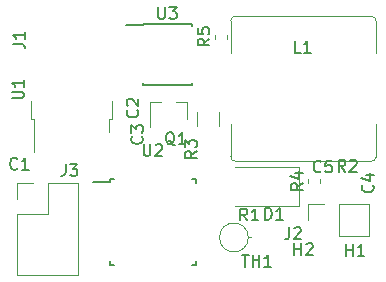
<source format=gbr>
G04 #@! TF.GenerationSoftware,KiCad,Pcbnew,(5.1.0-0)*
G04 #@! TF.CreationDate,2020-07-07T18:13:47+01:00*
G04 #@! TF.ProjectId,autoFan,6175746f-4661-46e2-9e6b-696361645f70,rev?*
G04 #@! TF.SameCoordinates,Original*
G04 #@! TF.FileFunction,Legend,Top*
G04 #@! TF.FilePolarity,Positive*
%FSLAX46Y46*%
G04 Gerber Fmt 4.6, Leading zero omitted, Abs format (unit mm)*
G04 Created by KiCad (PCBNEW (5.1.0-0)) date 2020-07-07 18:13:47*
%MOMM*%
%LPD*%
G04 APERTURE LIST*
%ADD10C,0.120000*%
%ADD11C,0.150000*%
G04 APERTURE END LIST*
D10*
X197690000Y-118060000D02*
X197690000Y-114760000D01*
X197690000Y-114760000D02*
X192290000Y-114760000D01*
X197690000Y-118060000D02*
X192290000Y-118060000D01*
X201040000Y-120560000D02*
X201040000Y-117900000D01*
X201040000Y-120560000D02*
X203640000Y-120560000D01*
X203640000Y-120560000D02*
X203640000Y-117900000D01*
X201040000Y-117900000D02*
X203640000Y-117900000D01*
X198440000Y-117900000D02*
X199770000Y-117900000D01*
X198440000Y-119230000D02*
X198440000Y-117900000D01*
X173790000Y-123860000D02*
X178990000Y-123860000D01*
X173790000Y-118720000D02*
X173790000Y-123860000D01*
X178990000Y-116120000D02*
X178990000Y-123860000D01*
X173790000Y-118720000D02*
X176390000Y-118720000D01*
X176390000Y-118720000D02*
X176390000Y-116120000D01*
X176390000Y-116120000D02*
X178990000Y-116120000D01*
X173790000Y-117450000D02*
X173790000Y-116120000D01*
X173790000Y-116120000D02*
X175120000Y-116120000D01*
X192300000Y-101980000D02*
X203800000Y-101980000D01*
X191900000Y-102380000D02*
X191900000Y-105130000D01*
X203800000Y-114280000D02*
X192300000Y-114280000D01*
X204200000Y-102380000D02*
X204200000Y-105130000D01*
X191900000Y-111130000D02*
X191900000Y-113880000D01*
X204200000Y-111130000D02*
X204200000Y-113880000D01*
X191900000Y-102380000D02*
G75*
G02X192300000Y-101980000I400000J0D01*
G01*
X192300000Y-114280000D02*
G75*
G02X191900000Y-113880000I0J400000D01*
G01*
X204200000Y-113880000D02*
G75*
G02X203800000Y-114280000I-400000J0D01*
G01*
X203800000Y-101980000D02*
G75*
G02X204200000Y-102380000I0J-400000D01*
G01*
X188220000Y-109240000D02*
X187290000Y-109240000D01*
X185060000Y-109240000D02*
X185990000Y-109240000D01*
X185060000Y-109240000D02*
X185060000Y-111400000D01*
X188220000Y-109240000D02*
X188220000Y-110700000D01*
X189060000Y-111322064D02*
X189060000Y-110117936D01*
X190880000Y-111322064D02*
X190880000Y-110117936D01*
X193380000Y-120720000D02*
G75*
G03X193380000Y-120720000I-1220000J0D01*
G01*
X193380000Y-120720000D02*
X193600000Y-120720000D01*
X174950000Y-109150000D02*
X174950000Y-110650000D01*
X174950000Y-110650000D02*
X175220000Y-110650000D01*
X175220000Y-110650000D02*
X175220000Y-113480000D01*
X181850000Y-109150000D02*
X181850000Y-110650000D01*
X181850000Y-110650000D02*
X181580000Y-110650000D01*
X181580000Y-110650000D02*
X181580000Y-111750000D01*
D11*
X181665000Y-115785000D02*
X181665000Y-116010000D01*
X188915000Y-115785000D02*
X188915000Y-116110000D01*
X188915000Y-123035000D02*
X188915000Y-122710000D01*
X181665000Y-123035000D02*
X181665000Y-122710000D01*
X181665000Y-115785000D02*
X181990000Y-115785000D01*
X181665000Y-123035000D02*
X181990000Y-123035000D01*
X188915000Y-123035000D02*
X188590000Y-123035000D01*
X188915000Y-115785000D02*
X188590000Y-115785000D01*
X181665000Y-116010000D02*
X180240000Y-116010000D01*
X184435000Y-102675000D02*
X184435000Y-102725000D01*
X188585000Y-102675000D02*
X188585000Y-102820000D01*
X188585000Y-107825000D02*
X188585000Y-107680000D01*
X184435000Y-107825000D02*
X184435000Y-107680000D01*
X184435000Y-102675000D02*
X188585000Y-102675000D01*
X184435000Y-107825000D02*
X188585000Y-107825000D01*
X184435000Y-102725000D02*
X183035000Y-102725000D01*
D10*
X199470000Y-116105279D02*
X199470000Y-115779721D01*
X198450000Y-116105279D02*
X198450000Y-115779721D01*
X190550000Y-103882779D02*
X190550000Y-103557221D01*
X191570000Y-103882779D02*
X191570000Y-103557221D01*
D11*
X173833333Y-114877142D02*
X173785714Y-114924761D01*
X173642857Y-114972380D01*
X173547619Y-114972380D01*
X173404761Y-114924761D01*
X173309523Y-114829523D01*
X173261904Y-114734285D01*
X173214285Y-114543809D01*
X173214285Y-114400952D01*
X173261904Y-114210476D01*
X173309523Y-114115238D01*
X173404761Y-114020000D01*
X173547619Y-113972380D01*
X173642857Y-113972380D01*
X173785714Y-114020000D01*
X173833333Y-114067619D01*
X174785714Y-114972380D02*
X174214285Y-114972380D01*
X174500000Y-114972380D02*
X174500000Y-113972380D01*
X174404761Y-114115238D01*
X174309523Y-114210476D01*
X174214285Y-114258095D01*
X183987142Y-109931666D02*
X184034761Y-109979285D01*
X184082380Y-110122142D01*
X184082380Y-110217380D01*
X184034761Y-110360238D01*
X183939523Y-110455476D01*
X183844285Y-110503095D01*
X183653809Y-110550714D01*
X183510952Y-110550714D01*
X183320476Y-110503095D01*
X183225238Y-110455476D01*
X183130000Y-110360238D01*
X183082380Y-110217380D01*
X183082380Y-110122142D01*
X183130000Y-109979285D01*
X183177619Y-109931666D01*
X183177619Y-109550714D02*
X183130000Y-109503095D01*
X183082380Y-109407857D01*
X183082380Y-109169761D01*
X183130000Y-109074523D01*
X183177619Y-109026904D01*
X183272857Y-108979285D01*
X183368095Y-108979285D01*
X183510952Y-109026904D01*
X184082380Y-109598333D01*
X184082380Y-108979285D01*
X184357142Y-112166666D02*
X184404761Y-112214285D01*
X184452380Y-112357142D01*
X184452380Y-112452380D01*
X184404761Y-112595238D01*
X184309523Y-112690476D01*
X184214285Y-112738095D01*
X184023809Y-112785714D01*
X183880952Y-112785714D01*
X183690476Y-112738095D01*
X183595238Y-112690476D01*
X183500000Y-112595238D01*
X183452380Y-112452380D01*
X183452380Y-112357142D01*
X183500000Y-112214285D01*
X183547619Y-112166666D01*
X183452380Y-111833333D02*
X183452380Y-111214285D01*
X183833333Y-111547619D01*
X183833333Y-111404761D01*
X183880952Y-111309523D01*
X183928571Y-111261904D01*
X184023809Y-111214285D01*
X184261904Y-111214285D01*
X184357142Y-111261904D01*
X184404761Y-111309523D01*
X184452380Y-111404761D01*
X184452380Y-111690476D01*
X184404761Y-111785714D01*
X184357142Y-111833333D01*
X203907142Y-116286666D02*
X203954761Y-116334285D01*
X204002380Y-116477142D01*
X204002380Y-116572380D01*
X203954761Y-116715238D01*
X203859523Y-116810476D01*
X203764285Y-116858095D01*
X203573809Y-116905714D01*
X203430952Y-116905714D01*
X203240476Y-116858095D01*
X203145238Y-116810476D01*
X203050000Y-116715238D01*
X203002380Y-116572380D01*
X203002380Y-116477142D01*
X203050000Y-116334285D01*
X203097619Y-116286666D01*
X203335714Y-115429523D02*
X204002380Y-115429523D01*
X202954761Y-115667619D02*
X203669047Y-115905714D01*
X203669047Y-115286666D01*
X199533333Y-115117142D02*
X199485714Y-115164761D01*
X199342857Y-115212380D01*
X199247619Y-115212380D01*
X199104761Y-115164761D01*
X199009523Y-115069523D01*
X198961904Y-114974285D01*
X198914285Y-114783809D01*
X198914285Y-114640952D01*
X198961904Y-114450476D01*
X199009523Y-114355238D01*
X199104761Y-114260000D01*
X199247619Y-114212380D01*
X199342857Y-114212380D01*
X199485714Y-114260000D01*
X199533333Y-114307619D01*
X200438095Y-114212380D02*
X199961904Y-114212380D01*
X199914285Y-114688571D01*
X199961904Y-114640952D01*
X200057142Y-114593333D01*
X200295238Y-114593333D01*
X200390476Y-114640952D01*
X200438095Y-114688571D01*
X200485714Y-114783809D01*
X200485714Y-115021904D01*
X200438095Y-115117142D01*
X200390476Y-115164761D01*
X200295238Y-115212380D01*
X200057142Y-115212380D01*
X199961904Y-115164761D01*
X199914285Y-115117142D01*
X194791904Y-119202380D02*
X194791904Y-118202380D01*
X195030000Y-118202380D01*
X195172857Y-118250000D01*
X195268095Y-118345238D01*
X195315714Y-118440476D01*
X195363333Y-118630952D01*
X195363333Y-118773809D01*
X195315714Y-118964285D01*
X195268095Y-119059523D01*
X195172857Y-119154761D01*
X195030000Y-119202380D01*
X194791904Y-119202380D01*
X196315714Y-119202380D02*
X195744285Y-119202380D01*
X196030000Y-119202380D02*
X196030000Y-118202380D01*
X195934761Y-118345238D01*
X195839523Y-118440476D01*
X195744285Y-118488095D01*
X201648095Y-122282380D02*
X201648095Y-121282380D01*
X201648095Y-121758571D02*
X202219523Y-121758571D01*
X202219523Y-122282380D02*
X202219523Y-121282380D01*
X203219523Y-122282380D02*
X202648095Y-122282380D01*
X202933809Y-122282380D02*
X202933809Y-121282380D01*
X202838571Y-121425238D01*
X202743333Y-121520476D01*
X202648095Y-121568095D01*
X197288095Y-122212380D02*
X197288095Y-121212380D01*
X197288095Y-121688571D02*
X197859523Y-121688571D01*
X197859523Y-122212380D02*
X197859523Y-121212380D01*
X198288095Y-121307619D02*
X198335714Y-121260000D01*
X198430952Y-121212380D01*
X198669047Y-121212380D01*
X198764285Y-121260000D01*
X198811904Y-121307619D01*
X198859523Y-121402857D01*
X198859523Y-121498095D01*
X198811904Y-121640952D01*
X198240476Y-122212380D01*
X198859523Y-122212380D01*
X196846666Y-119862380D02*
X196846666Y-120576666D01*
X196799047Y-120719523D01*
X196703809Y-120814761D01*
X196560952Y-120862380D01*
X196465714Y-120862380D01*
X197275238Y-119957619D02*
X197322857Y-119910000D01*
X197418095Y-119862380D01*
X197656190Y-119862380D01*
X197751428Y-119910000D01*
X197799047Y-119957619D01*
X197846666Y-120052857D01*
X197846666Y-120148095D01*
X197799047Y-120290952D01*
X197227619Y-120862380D01*
X197846666Y-120862380D01*
X177916666Y-114502380D02*
X177916666Y-115216666D01*
X177869047Y-115359523D01*
X177773809Y-115454761D01*
X177630952Y-115502380D01*
X177535714Y-115502380D01*
X178297619Y-114502380D02*
X178916666Y-114502380D01*
X178583333Y-114883333D01*
X178726190Y-114883333D01*
X178821428Y-114930952D01*
X178869047Y-114978571D01*
X178916666Y-115073809D01*
X178916666Y-115311904D01*
X178869047Y-115407142D01*
X178821428Y-115454761D01*
X178726190Y-115502380D01*
X178440476Y-115502380D01*
X178345238Y-115454761D01*
X178297619Y-115407142D01*
X197803333Y-105062380D02*
X197327142Y-105062380D01*
X197327142Y-104062380D01*
X198660476Y-105062380D02*
X198089047Y-105062380D01*
X198374761Y-105062380D02*
X198374761Y-104062380D01*
X198279523Y-104205238D01*
X198184285Y-104300476D01*
X198089047Y-104348095D01*
X187144761Y-112907619D02*
X187049523Y-112860000D01*
X186954285Y-112764761D01*
X186811428Y-112621904D01*
X186716190Y-112574285D01*
X186620952Y-112574285D01*
X186668571Y-112812380D02*
X186573333Y-112764761D01*
X186478095Y-112669523D01*
X186430476Y-112479047D01*
X186430476Y-112145714D01*
X186478095Y-111955238D01*
X186573333Y-111860000D01*
X186668571Y-111812380D01*
X186859047Y-111812380D01*
X186954285Y-111860000D01*
X187049523Y-111955238D01*
X187097142Y-112145714D01*
X187097142Y-112479047D01*
X187049523Y-112669523D01*
X186954285Y-112764761D01*
X186859047Y-112812380D01*
X186668571Y-112812380D01*
X188049523Y-112812380D02*
X187478095Y-112812380D01*
X187763809Y-112812380D02*
X187763809Y-111812380D01*
X187668571Y-111955238D01*
X187573333Y-112050476D01*
X187478095Y-112098095D01*
X193293333Y-119282380D02*
X192960000Y-118806190D01*
X192721904Y-119282380D02*
X192721904Y-118282380D01*
X193102857Y-118282380D01*
X193198095Y-118330000D01*
X193245714Y-118377619D01*
X193293333Y-118472857D01*
X193293333Y-118615714D01*
X193245714Y-118710952D01*
X193198095Y-118758571D01*
X193102857Y-118806190D01*
X192721904Y-118806190D01*
X194245714Y-119282380D02*
X193674285Y-119282380D01*
X193960000Y-119282380D02*
X193960000Y-118282380D01*
X193864761Y-118425238D01*
X193769523Y-118520476D01*
X193674285Y-118568095D01*
X201593333Y-115142380D02*
X201260000Y-114666190D01*
X201021904Y-115142380D02*
X201021904Y-114142380D01*
X201402857Y-114142380D01*
X201498095Y-114190000D01*
X201545714Y-114237619D01*
X201593333Y-114332857D01*
X201593333Y-114475714D01*
X201545714Y-114570952D01*
X201498095Y-114618571D01*
X201402857Y-114666190D01*
X201021904Y-114666190D01*
X201974285Y-114237619D02*
X202021904Y-114190000D01*
X202117142Y-114142380D01*
X202355238Y-114142380D01*
X202450476Y-114190000D01*
X202498095Y-114237619D01*
X202545714Y-114332857D01*
X202545714Y-114428095D01*
X202498095Y-114570952D01*
X201926666Y-115142380D01*
X202545714Y-115142380D01*
X189002380Y-113416666D02*
X188526190Y-113750000D01*
X189002380Y-113988095D02*
X188002380Y-113988095D01*
X188002380Y-113607142D01*
X188050000Y-113511904D01*
X188097619Y-113464285D01*
X188192857Y-113416666D01*
X188335714Y-113416666D01*
X188430952Y-113464285D01*
X188478571Y-113511904D01*
X188526190Y-113607142D01*
X188526190Y-113988095D01*
X188002380Y-113083333D02*
X188002380Y-112464285D01*
X188383333Y-112797619D01*
X188383333Y-112654761D01*
X188430952Y-112559523D01*
X188478571Y-112511904D01*
X188573809Y-112464285D01*
X188811904Y-112464285D01*
X188907142Y-112511904D01*
X188954761Y-112559523D01*
X189002380Y-112654761D01*
X189002380Y-112940476D01*
X188954761Y-113035714D01*
X188907142Y-113083333D01*
X192844285Y-122182380D02*
X193415714Y-122182380D01*
X193130000Y-123182380D02*
X193130000Y-122182380D01*
X193749047Y-123182380D02*
X193749047Y-122182380D01*
X193749047Y-122658571D02*
X194320476Y-122658571D01*
X194320476Y-123182380D02*
X194320476Y-122182380D01*
X195320476Y-123182380D02*
X194749047Y-123182380D01*
X195034761Y-123182380D02*
X195034761Y-122182380D01*
X194939523Y-122325238D01*
X194844285Y-122420476D01*
X194749047Y-122468095D01*
X173352380Y-108941904D02*
X174161904Y-108941904D01*
X174257142Y-108894285D01*
X174304761Y-108846666D01*
X174352380Y-108751428D01*
X174352380Y-108560952D01*
X174304761Y-108465714D01*
X174257142Y-108418095D01*
X174161904Y-108370476D01*
X173352380Y-108370476D01*
X174352380Y-107370476D02*
X174352380Y-107941904D01*
X174352380Y-107656190D02*
X173352380Y-107656190D01*
X173495238Y-107751428D01*
X173590476Y-107846666D01*
X173638095Y-107941904D01*
X184528095Y-112812380D02*
X184528095Y-113621904D01*
X184575714Y-113717142D01*
X184623333Y-113764761D01*
X184718571Y-113812380D01*
X184909047Y-113812380D01*
X185004285Y-113764761D01*
X185051904Y-113717142D01*
X185099523Y-113621904D01*
X185099523Y-112812380D01*
X185528095Y-112907619D02*
X185575714Y-112860000D01*
X185670952Y-112812380D01*
X185909047Y-112812380D01*
X186004285Y-112860000D01*
X186051904Y-112907619D01*
X186099523Y-113002857D01*
X186099523Y-113098095D01*
X186051904Y-113240952D01*
X185480476Y-113812380D01*
X186099523Y-113812380D01*
X185748095Y-101202380D02*
X185748095Y-102011904D01*
X185795714Y-102107142D01*
X185843333Y-102154761D01*
X185938571Y-102202380D01*
X186129047Y-102202380D01*
X186224285Y-102154761D01*
X186271904Y-102107142D01*
X186319523Y-102011904D01*
X186319523Y-101202380D01*
X186700476Y-101202380D02*
X187319523Y-101202380D01*
X186986190Y-101583333D01*
X187129047Y-101583333D01*
X187224285Y-101630952D01*
X187271904Y-101678571D01*
X187319523Y-101773809D01*
X187319523Y-102011904D01*
X187271904Y-102107142D01*
X187224285Y-102154761D01*
X187129047Y-102202380D01*
X186843333Y-102202380D01*
X186748095Y-102154761D01*
X186700476Y-102107142D01*
X173452380Y-104333333D02*
X174166666Y-104333333D01*
X174309523Y-104380952D01*
X174404761Y-104476190D01*
X174452380Y-104619047D01*
X174452380Y-104714285D01*
X174452380Y-103333333D02*
X174452380Y-103904761D01*
X174452380Y-103619047D02*
X173452380Y-103619047D01*
X173595238Y-103714285D01*
X173690476Y-103809523D01*
X173738095Y-103904761D01*
X197982380Y-116109166D02*
X197506190Y-116442500D01*
X197982380Y-116680595D02*
X196982380Y-116680595D01*
X196982380Y-116299642D01*
X197030000Y-116204404D01*
X197077619Y-116156785D01*
X197172857Y-116109166D01*
X197315714Y-116109166D01*
X197410952Y-116156785D01*
X197458571Y-116204404D01*
X197506190Y-116299642D01*
X197506190Y-116680595D01*
X197315714Y-115252023D02*
X197982380Y-115252023D01*
X196934761Y-115490119D02*
X197649047Y-115728214D01*
X197649047Y-115109166D01*
X190082380Y-103886666D02*
X189606190Y-104220000D01*
X190082380Y-104458095D02*
X189082380Y-104458095D01*
X189082380Y-104077142D01*
X189130000Y-103981904D01*
X189177619Y-103934285D01*
X189272857Y-103886666D01*
X189415714Y-103886666D01*
X189510952Y-103934285D01*
X189558571Y-103981904D01*
X189606190Y-104077142D01*
X189606190Y-104458095D01*
X189082380Y-102981904D02*
X189082380Y-103458095D01*
X189558571Y-103505714D01*
X189510952Y-103458095D01*
X189463333Y-103362857D01*
X189463333Y-103124761D01*
X189510952Y-103029523D01*
X189558571Y-102981904D01*
X189653809Y-102934285D01*
X189891904Y-102934285D01*
X189987142Y-102981904D01*
X190034761Y-103029523D01*
X190082380Y-103124761D01*
X190082380Y-103362857D01*
X190034761Y-103458095D01*
X189987142Y-103505714D01*
M02*

</source>
